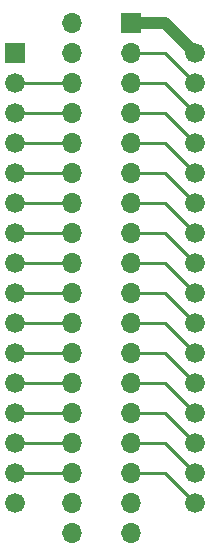
<source format=gbr>
%TF.GenerationSoftware,KiCad,Pcbnew,(6.0.7-1)-1*%
%TF.CreationDate,2023-01-02T14:41:07-08:00*%
%TF.ProjectId,QCard,51436172-642e-46b6-9963-61645f706362,rev?*%
%TF.SameCoordinates,Original*%
%TF.FileFunction,Copper,L1,Top*%
%TF.FilePolarity,Positive*%
%FSLAX46Y46*%
G04 Gerber Fmt 4.6, Leading zero omitted, Abs format (unit mm)*
G04 Created by KiCad (PCBNEW (6.0.7-1)-1) date 2023-01-02 14:41:07*
%MOMM*%
%LPD*%
G01*
G04 APERTURE LIST*
%TA.AperFunction,ComponentPad*%
%ADD10R,1.700000X1.700000*%
%TD*%
%TA.AperFunction,ComponentPad*%
%ADD11O,1.700000X1.700000*%
%TD*%
%TA.AperFunction,ComponentPad*%
%ADD12R,1.676400X1.676400*%
%TD*%
%TA.AperFunction,ComponentPad*%
%ADD13C,1.676400*%
%TD*%
%TA.AperFunction,Conductor*%
%ADD14C,0.250000*%
%TD*%
%TA.AperFunction,Conductor*%
%ADD15C,1.000000*%
%TD*%
G04 APERTURE END LIST*
D10*
%TO.P,J1,1,Pin_1*%
%TO.N,/VCC*%
X95750000Y-52925000D03*
D11*
%TO.P,J1,2,Pin_2*%
%TO.N,/GND*%
X90750000Y-52925000D03*
%TO.P,J1,3,Pin_3*%
%TO.N,/A18*%
X95750000Y-55465000D03*
%TO.P,J1,4,Pin_4*%
%TO.N,/GND*%
X90750000Y-55465000D03*
%TO.P,J1,5,Pin_5*%
%TO.N,/A17*%
X95750000Y-58005000D03*
%TO.P,J1,6,Pin_6*%
%TO.N,/A16*%
X90750000Y-58005000D03*
%TO.P,J1,7,Pin_7*%
%TO.N,/A14*%
X95750000Y-60545000D03*
%TO.P,J1,8,Pin_8*%
%TO.N,/A15*%
X90750000Y-60545000D03*
%TO.P,J1,9,Pin_9*%
%TO.N,/A13*%
X95750000Y-63085000D03*
%TO.P,J1,10,Pin_10*%
%TO.N,/A12*%
X90750000Y-63085000D03*
%TO.P,J1,11,Pin_11*%
%TO.N,/A8*%
X95750000Y-65625000D03*
%TO.P,J1,12,Pin_12*%
%TO.N,/A7*%
X90750000Y-65625000D03*
%TO.P,J1,13,Pin_13*%
%TO.N,/A9*%
X95750000Y-68165000D03*
%TO.P,J1,14,Pin_14*%
%TO.N,/A6*%
X90750000Y-68165000D03*
%TO.P,J1,15,Pin_15*%
%TO.N,/A11*%
X95750000Y-70705000D03*
%TO.P,J1,16,Pin_16*%
%TO.N,/A5*%
X90750000Y-70705000D03*
%TO.P,J1,17,Pin_17*%
%TO.N,/OE*%
X95750000Y-73245000D03*
%TO.P,J1,18,Pin_18*%
%TO.N,/A4*%
X90750000Y-73245000D03*
%TO.P,J1,19,Pin_19*%
%TO.N,/A10*%
X95750000Y-75785000D03*
%TO.P,J1,20,Pin_20*%
%TO.N,/A3*%
X90750000Y-75785000D03*
%TO.P,J1,21,Pin_21*%
%TO.N,/CE*%
X95750000Y-78325000D03*
%TO.P,J1,22,Pin_22*%
%TO.N,/A2*%
X90750000Y-78325000D03*
%TO.P,J1,23,Pin_23*%
%TO.N,/D7*%
X95750000Y-80865000D03*
%TO.P,J1,24,Pin_24*%
%TO.N,/A1*%
X90750000Y-80865000D03*
%TO.P,J1,25,Pin_25*%
%TO.N,/D6*%
X95750000Y-83405000D03*
%TO.P,J1,26,Pin_26*%
%TO.N,/A0*%
X90750000Y-83405000D03*
%TO.P,J1,27,Pin_27*%
%TO.N,/D5*%
X95750000Y-85945000D03*
%TO.P,J1,28,Pin_28*%
%TO.N,/D0*%
X90750000Y-85945000D03*
%TO.P,J1,29,Pin_29*%
%TO.N,/D4*%
X95750000Y-88485000D03*
%TO.P,J1,30,Pin_30*%
%TO.N,/D1*%
X90750000Y-88485000D03*
%TO.P,J1,31,Pin_31*%
%TO.N,/D3*%
X95750000Y-91025000D03*
%TO.P,J1,32,Pin_32*%
%TO.N,/D2*%
X90750000Y-91025000D03*
%TO.P,J1,33,Pin_33*%
%TO.N,/GND*%
X95750000Y-93565000D03*
%TO.P,J1,34,Pin_34*%
X90750000Y-93565000D03*
%TO.P,J1,35,Pin_35*%
X95750000Y-96105000D03*
%TO.P,J1,36,Pin_36*%
%TO.N,unconnected-(J1-Pad36)*%
X90750000Y-96105000D03*
%TD*%
D12*
%TO.P,U1,1,VPP*%
%TO.N,unconnected-(U1-Pad1)*%
X85880000Y-55450000D03*
D13*
%TO.P,U1,2,A16*%
%TO.N,/A16*%
X85880000Y-57990000D03*
%TO.P,U1,3,A15*%
%TO.N,/A15*%
X85880000Y-60530000D03*
%TO.P,U1,4,A12*%
%TO.N,/A12*%
X85880000Y-63070000D03*
%TO.P,U1,5,A7*%
%TO.N,/A7*%
X85880000Y-65610000D03*
%TO.P,U1,6,A6*%
%TO.N,/A6*%
X85880000Y-68150000D03*
%TO.P,U1,7,A5*%
%TO.N,/A5*%
X85880000Y-70690000D03*
%TO.P,U1,8,A4*%
%TO.N,/A4*%
X85880000Y-73230000D03*
%TO.P,U1,9,A3*%
%TO.N,/A3*%
X85880000Y-75770000D03*
%TO.P,U1,10,A2*%
%TO.N,/A2*%
X85880000Y-78310000D03*
%TO.P,U1,11,A1*%
%TO.N,/A1*%
X85880000Y-80850000D03*
%TO.P,U1,12,A0*%
%TO.N,/A0*%
X85880000Y-83390000D03*
%TO.P,U1,13,O0*%
%TO.N,/D0*%
X85880000Y-85930000D03*
%TO.P,U1,14,O1*%
%TO.N,/D1*%
X85880000Y-88470000D03*
%TO.P,U1,15,O2*%
%TO.N,/D2*%
X85880000Y-91010000D03*
%TO.P,U1,16,GND*%
%TO.N,/GND*%
X85880000Y-93550000D03*
%TO.P,U1,17,O3*%
%TO.N,/D3*%
X101120000Y-93550000D03*
%TO.P,U1,18,O4*%
%TO.N,/D4*%
X101120000Y-91010000D03*
%TO.P,U1,19,O5*%
%TO.N,/D5*%
X101120000Y-88470000D03*
%TO.P,U1,20,O6*%
%TO.N,/D6*%
X101120000Y-85930000D03*
%TO.P,U1,21,O7*%
%TO.N,/D7*%
X101120000Y-83390000D03*
%TO.P,U1,22,~CE*%
%TO.N,/CE*%
X101120000Y-80850000D03*
%TO.P,U1,23,A10*%
%TO.N,/A10*%
X101120000Y-78310000D03*
%TO.P,U1,24,~OE*%
%TO.N,/OE*%
X101120000Y-75770000D03*
%TO.P,U1,25,A11*%
%TO.N,/A11*%
X101120000Y-73230000D03*
%TO.P,U1,26,A9*%
%TO.N,/A9*%
X101120000Y-70690000D03*
%TO.P,U1,27,A8*%
%TO.N,/A8*%
X101120000Y-68150000D03*
%TO.P,U1,28,A13*%
%TO.N,/A13*%
X101120000Y-65610000D03*
%TO.P,U1,29,A14*%
%TO.N,/A14*%
X101120000Y-63070000D03*
%TO.P,U1,30,A17*%
%TO.N,/A17*%
X101120000Y-60530000D03*
%TO.P,U1,31,A18*%
%TO.N,/A18*%
X101120000Y-57990000D03*
%TO.P,U1,32,VCC*%
%TO.N,/VCC*%
X101120000Y-55450000D03*
%TD*%
D14*
%TO.N,/A16*%
X85895000Y-58005000D02*
X85880000Y-57990000D01*
X90750000Y-58005000D02*
X85895000Y-58005000D01*
%TO.N,/A15*%
X90750000Y-60545000D02*
X85895000Y-60545000D01*
X85895000Y-60545000D02*
X85880000Y-60530000D01*
%TO.N,/A12*%
X85895000Y-63085000D02*
X85880000Y-63070000D01*
X90750000Y-63085000D02*
X85895000Y-63085000D01*
%TO.N,/A7*%
X90750000Y-65625000D02*
X85895000Y-65625000D01*
X85895000Y-65625000D02*
X85880000Y-65610000D01*
%TO.N,/A6*%
X90750000Y-68165000D02*
X85895000Y-68165000D01*
X85895000Y-68165000D02*
X85880000Y-68150000D01*
%TO.N,/A5*%
X90735000Y-70690000D02*
X90750000Y-70705000D01*
X85880000Y-70690000D02*
X90735000Y-70690000D01*
%TO.N,/A4*%
X85895000Y-73245000D02*
X85880000Y-73230000D01*
X90750000Y-73245000D02*
X85895000Y-73245000D01*
%TO.N,/A3*%
X90750000Y-75785000D02*
X85895000Y-75785000D01*
X85895000Y-75785000D02*
X85880000Y-75770000D01*
%TO.N,/A2*%
X85895000Y-78325000D02*
X85880000Y-78310000D01*
X90750000Y-78325000D02*
X85895000Y-78325000D01*
%TO.N,/A1*%
X85895000Y-80865000D02*
X85880000Y-80850000D01*
X90750000Y-80865000D02*
X85895000Y-80865000D01*
%TO.N,/A0*%
X85895000Y-83405000D02*
X85880000Y-83390000D01*
X90750000Y-83405000D02*
X85895000Y-83405000D01*
%TO.N,/D0*%
X85895000Y-85945000D02*
X85880000Y-85930000D01*
X90750000Y-85945000D02*
X85895000Y-85945000D01*
%TO.N,/D1*%
X85895000Y-88485000D02*
X85880000Y-88470000D01*
X90750000Y-88485000D02*
X85895000Y-88485000D01*
%TO.N,/D2*%
X90750000Y-91025000D02*
X85895000Y-91025000D01*
X85895000Y-91025000D02*
X85880000Y-91010000D01*
%TO.N,/D3*%
X98595000Y-91025000D02*
X101120000Y-93550000D01*
X95750000Y-91025000D02*
X98595000Y-91025000D01*
%TO.N,/D4*%
X98595000Y-88485000D02*
X101120000Y-91010000D01*
X95750000Y-88485000D02*
X98595000Y-88485000D01*
%TO.N,/D5*%
X98595000Y-85945000D02*
X101120000Y-88470000D01*
X95750000Y-85945000D02*
X98595000Y-85945000D01*
%TO.N,/D6*%
X95750000Y-83405000D02*
X98595000Y-83405000D01*
X98595000Y-83405000D02*
X101120000Y-85930000D01*
%TO.N,/D7*%
X95750000Y-80865000D02*
X98595000Y-80865000D01*
X98595000Y-80865000D02*
X101120000Y-83390000D01*
%TO.N,/CE*%
X98595000Y-78325000D02*
X101120000Y-80850000D01*
X95750000Y-78325000D02*
X98595000Y-78325000D01*
%TO.N,/A10*%
X98595000Y-75785000D02*
X101120000Y-78310000D01*
X95750000Y-75785000D02*
X98595000Y-75785000D01*
%TO.N,/OE*%
X95750000Y-73245000D02*
X98595000Y-73245000D01*
X98595000Y-73245000D02*
X101120000Y-75770000D01*
%TO.N,/A11*%
X95750000Y-70705000D02*
X98595000Y-70705000D01*
X98595000Y-70705000D02*
X101120000Y-73230000D01*
%TO.N,/A9*%
X98595000Y-68165000D02*
X101120000Y-70690000D01*
X95750000Y-68165000D02*
X98595000Y-68165000D01*
%TO.N,/A8*%
X98595000Y-65625000D02*
X101120000Y-68150000D01*
X95750000Y-65625000D02*
X98595000Y-65625000D01*
%TO.N,/A13*%
X98595000Y-63085000D02*
X101120000Y-65610000D01*
X95750000Y-63085000D02*
X98595000Y-63085000D01*
%TO.N,/A14*%
X98595000Y-60545000D02*
X101120000Y-63070000D01*
X95750000Y-60545000D02*
X98595000Y-60545000D01*
%TO.N,/A17*%
X95750000Y-58005000D02*
X98595000Y-58005000D01*
X98595000Y-58005000D02*
X101120000Y-60530000D01*
%TO.N,/A18*%
X98595000Y-55465000D02*
X101120000Y-57990000D01*
X95750000Y-55465000D02*
X98595000Y-55465000D01*
D15*
%TO.N,/VCC*%
X95750000Y-52925000D02*
X98595000Y-52925000D01*
X98595000Y-52925000D02*
X101120000Y-55450000D01*
%TD*%
M02*

</source>
